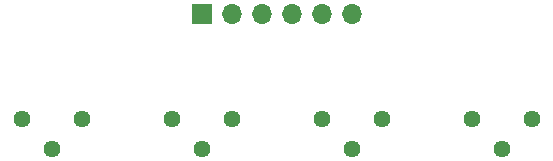
<source format=gbr>
G04 #@! TF.GenerationSoftware,KiCad,Pcbnew,5.1.9-73d0e3b20d~88~ubuntu20.04.1*
G04 #@! TF.CreationDate,2022-04-18T23:00:47-07:00*
G04 #@! TF.ProjectId,Photo_Resistor_Sensing,50686f74-6f5f-4526-9573-6973746f725f,rev?*
G04 #@! TF.SameCoordinates,Original*
G04 #@! TF.FileFunction,Soldermask,Top*
G04 #@! TF.FilePolarity,Negative*
%FSLAX46Y46*%
G04 Gerber Fmt 4.6, Leading zero omitted, Abs format (unit mm)*
G04 Created by KiCad (PCBNEW 5.1.9-73d0e3b20d~88~ubuntu20.04.1) date 2022-04-18 23:00:47*
%MOMM*%
%LPD*%
G01*
G04 APERTURE LIST*
%ADD10R,1.700000X1.700000*%
%ADD11O,1.700000X1.700000*%
%ADD12C,1.440000*%
G04 APERTURE END LIST*
D10*
G04 #@! TO.C,J1*
X110490000Y-66040000D03*
D11*
X113030000Y-66040000D03*
X115570000Y-66040000D03*
X118110000Y-66040000D03*
X120650000Y-66040000D03*
X123190000Y-66040000D03*
G04 #@! TD*
D12*
G04 #@! TO.C,RV1*
X100330000Y-74930000D03*
X97790000Y-77470000D03*
X95250000Y-74930000D03*
G04 #@! TD*
G04 #@! TO.C,RV2*
X107950000Y-74930000D03*
X110490000Y-77470000D03*
X113030000Y-74930000D03*
G04 #@! TD*
G04 #@! TO.C,RV3*
X125730000Y-74930000D03*
X123190000Y-77470000D03*
X120650000Y-74930000D03*
G04 #@! TD*
G04 #@! TO.C,RV4*
X133350000Y-74930000D03*
X135890000Y-77470000D03*
X138430000Y-74930000D03*
G04 #@! TD*
M02*

</source>
